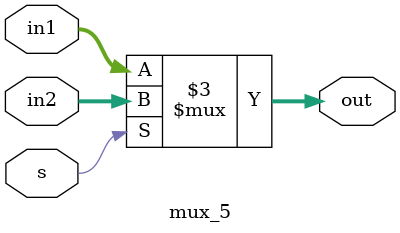
<source format=v>
module mux_5(out, s, in1, in2);

input s;
input [4:0] in1;
input [4:0] in2;

output [4:0] out;

wire s;
wire [4:0] in1;
wire [4:0] in2;

reg [4:0] out;

always @ (s or in1 or in2) begin
	
	if (s)
		out <= in2;
	else
		out <= in1;
end
endmodule

</source>
